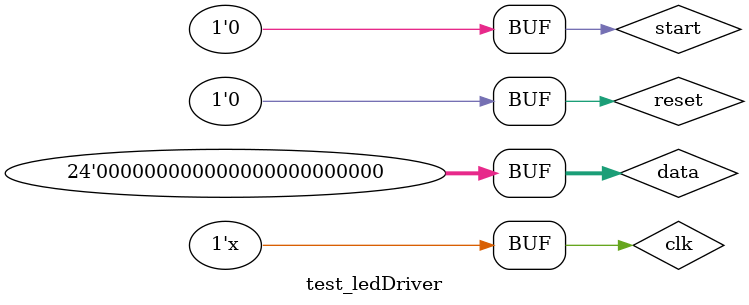
<source format=v>
`timescale 1ns/1ps
module test_ledDriver();

	parameter NUM_LEDS = 1;
	reg clk=0;
	reg reset=1;
	reg[(NUM_LEDS*24)-1:0] data=0;
	reg start=0;
	
	wire led;
	wire finish;
	
	
	ledDriver #( .NUM_LEDS(NUM_LEDS) ) uut (
		.clk(clk), .reset(reset), .led(led), .inData(data), .start(start), .finish(finish)
	);
	
	initial begin
	
		#200
		reset = 0;
		
	end


	//20 MHz clock
	always begin
		#50
		clk = ~clk;
	end

endmodule
</source>
